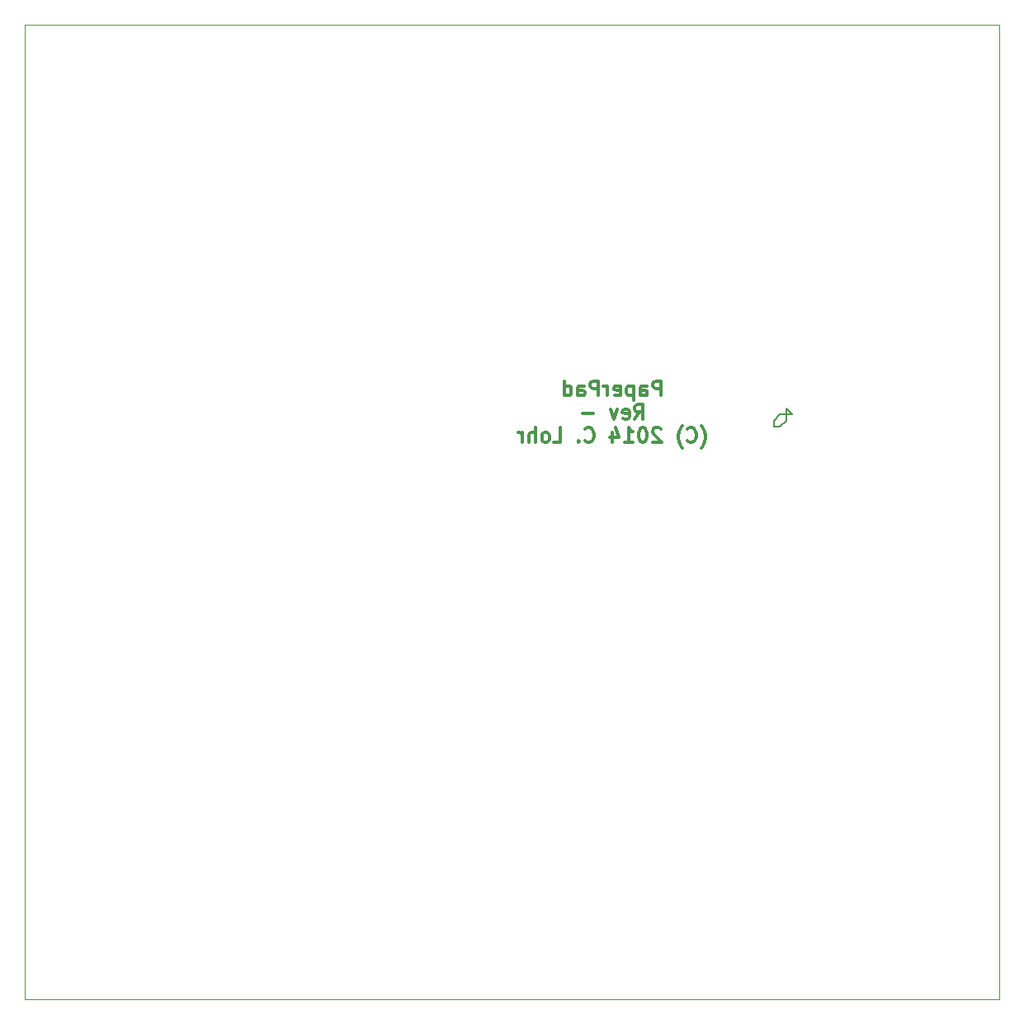
<source format=gbo>
G04 (created by PCBNEW (2013-jul-07)-stable) date Sun 07 Dec 2014 01:03:15 PM EST*
%MOIN*%
G04 Gerber Fmt 3.4, Leading zero omitted, Abs format*
%FSLAX34Y34*%
G01*
G70*
G90*
G04 APERTURE LIST*
%ADD10C,0.00590551*%
%ADD11C,0.011811*%
%ADD12C,0.00787402*%
%ADD13C,0.00393701*%
G04 APERTURE END LIST*
G54D10*
G54D11*
X41454Y-30739D02*
X41454Y-30148D01*
X41229Y-30148D01*
X41173Y-30176D01*
X41145Y-30204D01*
X41116Y-30260D01*
X41116Y-30345D01*
X41145Y-30401D01*
X41173Y-30429D01*
X41229Y-30457D01*
X41454Y-30457D01*
X40610Y-30739D02*
X40610Y-30429D01*
X40638Y-30373D01*
X40695Y-30345D01*
X40807Y-30345D01*
X40863Y-30373D01*
X40610Y-30710D02*
X40667Y-30739D01*
X40807Y-30739D01*
X40863Y-30710D01*
X40892Y-30654D01*
X40892Y-30598D01*
X40863Y-30542D01*
X40807Y-30514D01*
X40667Y-30514D01*
X40610Y-30485D01*
X40329Y-30345D02*
X40329Y-30935D01*
X40329Y-30373D02*
X40273Y-30345D01*
X40160Y-30345D01*
X40104Y-30373D01*
X40076Y-30401D01*
X40048Y-30457D01*
X40048Y-30626D01*
X40076Y-30682D01*
X40104Y-30710D01*
X40160Y-30739D01*
X40273Y-30739D01*
X40329Y-30710D01*
X39570Y-30710D02*
X39626Y-30739D01*
X39739Y-30739D01*
X39795Y-30710D01*
X39823Y-30654D01*
X39823Y-30429D01*
X39795Y-30373D01*
X39739Y-30345D01*
X39626Y-30345D01*
X39570Y-30373D01*
X39542Y-30429D01*
X39542Y-30485D01*
X39823Y-30542D01*
X39289Y-30739D02*
X39289Y-30345D01*
X39289Y-30457D02*
X39260Y-30401D01*
X39232Y-30373D01*
X39176Y-30345D01*
X39120Y-30345D01*
X38923Y-30739D02*
X38923Y-30148D01*
X38698Y-30148D01*
X38642Y-30176D01*
X38614Y-30204D01*
X38586Y-30260D01*
X38586Y-30345D01*
X38614Y-30401D01*
X38642Y-30429D01*
X38698Y-30457D01*
X38923Y-30457D01*
X38079Y-30739D02*
X38079Y-30429D01*
X38107Y-30373D01*
X38164Y-30345D01*
X38276Y-30345D01*
X38332Y-30373D01*
X38079Y-30710D02*
X38136Y-30739D01*
X38276Y-30739D01*
X38332Y-30710D01*
X38361Y-30654D01*
X38361Y-30598D01*
X38332Y-30542D01*
X38276Y-30514D01*
X38136Y-30514D01*
X38079Y-30485D01*
X37545Y-30739D02*
X37545Y-30148D01*
X37545Y-30710D02*
X37601Y-30739D01*
X37714Y-30739D01*
X37770Y-30710D01*
X37798Y-30682D01*
X37826Y-30626D01*
X37826Y-30457D01*
X37798Y-30401D01*
X37770Y-30373D01*
X37714Y-30345D01*
X37601Y-30345D01*
X37545Y-30373D01*
X40385Y-31683D02*
X40582Y-31402D01*
X40723Y-31683D02*
X40723Y-31093D01*
X40498Y-31093D01*
X40442Y-31121D01*
X40413Y-31149D01*
X40385Y-31205D01*
X40385Y-31290D01*
X40413Y-31346D01*
X40442Y-31374D01*
X40498Y-31402D01*
X40723Y-31402D01*
X39907Y-31655D02*
X39964Y-31683D01*
X40076Y-31683D01*
X40132Y-31655D01*
X40160Y-31599D01*
X40160Y-31374D01*
X40132Y-31318D01*
X40076Y-31290D01*
X39964Y-31290D01*
X39907Y-31318D01*
X39879Y-31374D01*
X39879Y-31430D01*
X40160Y-31487D01*
X39682Y-31290D02*
X39542Y-31683D01*
X39401Y-31290D01*
X38726Y-31458D02*
X38276Y-31458D01*
X43071Y-32853D02*
X43099Y-32825D01*
X43155Y-32741D01*
X43183Y-32685D01*
X43212Y-32600D01*
X43240Y-32460D01*
X43240Y-32347D01*
X43212Y-32206D01*
X43183Y-32122D01*
X43155Y-32066D01*
X43099Y-31982D01*
X43071Y-31953D01*
X42508Y-32572D02*
X42537Y-32600D01*
X42621Y-32628D01*
X42677Y-32628D01*
X42762Y-32600D01*
X42818Y-32544D01*
X42846Y-32488D01*
X42874Y-32375D01*
X42874Y-32291D01*
X42846Y-32178D01*
X42818Y-32122D01*
X42762Y-32066D01*
X42677Y-32038D01*
X42621Y-32038D01*
X42537Y-32066D01*
X42508Y-32094D01*
X42312Y-32853D02*
X42284Y-32825D01*
X42227Y-32741D01*
X42199Y-32685D01*
X42171Y-32600D01*
X42143Y-32460D01*
X42143Y-32347D01*
X42171Y-32206D01*
X42199Y-32122D01*
X42227Y-32066D01*
X42284Y-31982D01*
X42312Y-31953D01*
X41440Y-32094D02*
X41412Y-32066D01*
X41356Y-32038D01*
X41215Y-32038D01*
X41159Y-32066D01*
X41131Y-32094D01*
X41102Y-32150D01*
X41102Y-32206D01*
X41131Y-32291D01*
X41468Y-32628D01*
X41102Y-32628D01*
X40737Y-32038D02*
X40681Y-32038D01*
X40624Y-32066D01*
X40596Y-32094D01*
X40568Y-32150D01*
X40540Y-32263D01*
X40540Y-32403D01*
X40568Y-32516D01*
X40596Y-32572D01*
X40624Y-32600D01*
X40681Y-32628D01*
X40737Y-32628D01*
X40793Y-32600D01*
X40821Y-32572D01*
X40849Y-32516D01*
X40877Y-32403D01*
X40877Y-32263D01*
X40849Y-32150D01*
X40821Y-32094D01*
X40793Y-32066D01*
X40737Y-32038D01*
X39978Y-32628D02*
X40315Y-32628D01*
X40146Y-32628D02*
X40146Y-32038D01*
X40203Y-32122D01*
X40259Y-32178D01*
X40315Y-32206D01*
X39471Y-32235D02*
X39471Y-32628D01*
X39612Y-32010D02*
X39753Y-32431D01*
X39387Y-32431D01*
X38375Y-32572D02*
X38403Y-32600D01*
X38487Y-32628D01*
X38543Y-32628D01*
X38628Y-32600D01*
X38684Y-32544D01*
X38712Y-32488D01*
X38740Y-32375D01*
X38740Y-32291D01*
X38712Y-32178D01*
X38684Y-32122D01*
X38628Y-32066D01*
X38543Y-32038D01*
X38487Y-32038D01*
X38403Y-32066D01*
X38375Y-32094D01*
X38122Y-32572D02*
X38093Y-32600D01*
X38122Y-32628D01*
X38150Y-32600D01*
X38122Y-32572D01*
X38122Y-32628D01*
X37109Y-32628D02*
X37390Y-32628D01*
X37390Y-32038D01*
X36828Y-32628D02*
X36884Y-32600D01*
X36912Y-32572D01*
X36940Y-32516D01*
X36940Y-32347D01*
X36912Y-32291D01*
X36884Y-32263D01*
X36828Y-32235D01*
X36744Y-32235D01*
X36687Y-32263D01*
X36659Y-32291D01*
X36631Y-32347D01*
X36631Y-32516D01*
X36659Y-32572D01*
X36687Y-32600D01*
X36744Y-32628D01*
X36828Y-32628D01*
X36378Y-32628D02*
X36378Y-32038D01*
X36125Y-32628D02*
X36125Y-32319D01*
X36153Y-32263D01*
X36209Y-32235D01*
X36294Y-32235D01*
X36350Y-32263D01*
X36378Y-32291D01*
X35844Y-32628D02*
X35844Y-32235D01*
X35844Y-32347D02*
X35816Y-32291D01*
X35787Y-32263D01*
X35731Y-32235D01*
X35675Y-32235D01*
G54D12*
X46750Y-31500D02*
X46500Y-31500D01*
X46500Y-31250D02*
X46750Y-31500D01*
X46500Y-31500D02*
X46500Y-31250D01*
X46250Y-32000D02*
X46000Y-32000D01*
X46500Y-31750D02*
X46250Y-32000D01*
X46500Y-31500D02*
X46500Y-31750D01*
X46250Y-31500D02*
X46500Y-31500D01*
X46000Y-31750D02*
X46250Y-31500D01*
X46000Y-32000D02*
X46000Y-31750D01*
G54D13*
X15748Y-55118D02*
X15748Y-15748D01*
X55118Y-55118D02*
X15748Y-55118D01*
X55118Y-15748D02*
X55118Y-55118D01*
X15748Y-15748D02*
X55118Y-15748D01*
M02*

</source>
